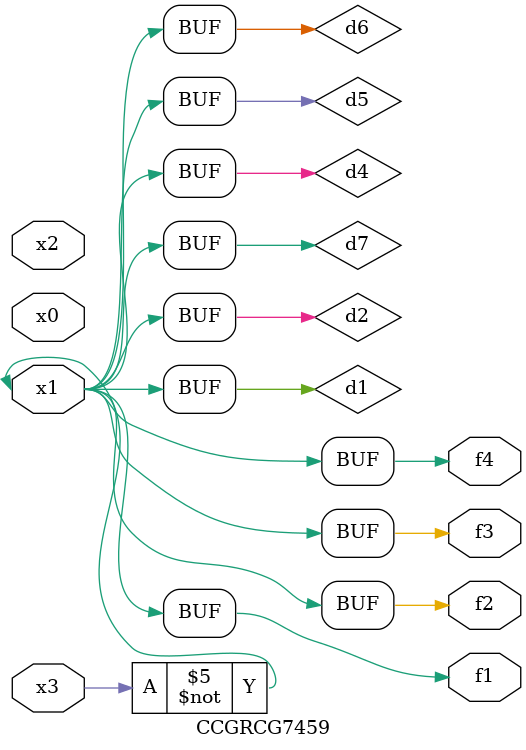
<source format=v>
module CCGRCG7459(
	input x0, x1, x2, x3,
	output f1, f2, f3, f4
);

	wire d1, d2, d3, d4, d5, d6, d7;

	not (d1, x3);
	buf (d2, x1);
	xnor (d3, d1, d2);
	nor (d4, d1);
	buf (d5, d1, d2);
	buf (d6, d4, d5);
	nand (d7, d4);
	assign f1 = d6;
	assign f2 = d7;
	assign f3 = d6;
	assign f4 = d6;
endmodule

</source>
